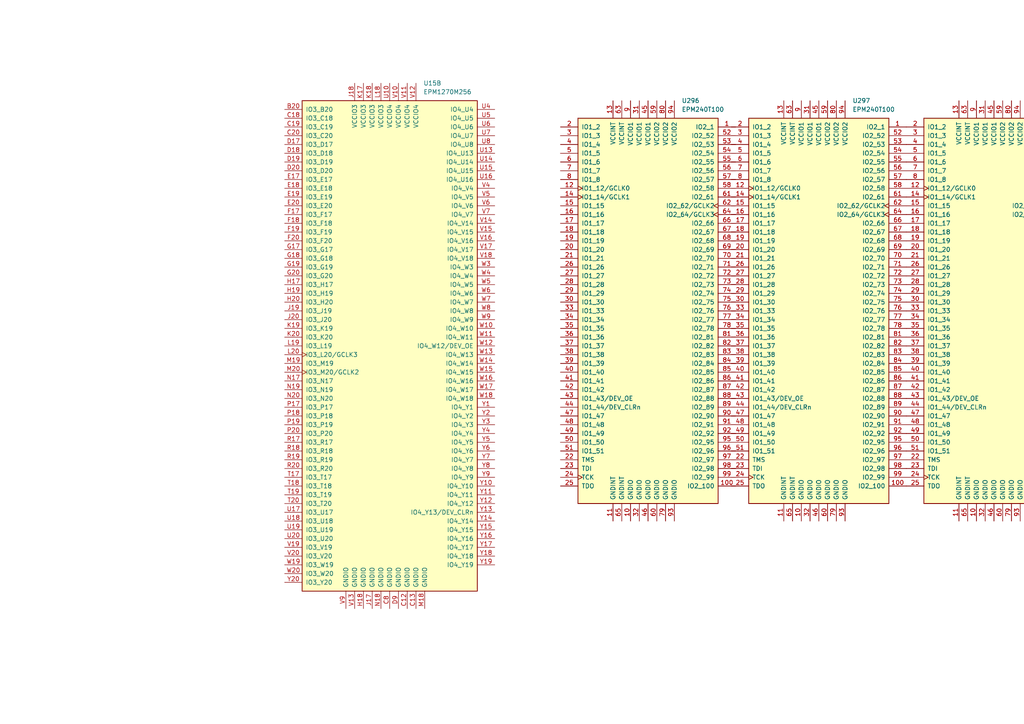
<source format=kicad_sch>
(kicad_sch (version 20250114) (generator "eeschema") (generator_version "9.0")
  (paper "A4")
  (lib_symbols
    (symbol "CPLD_Altera:EPM1270M256" (pin_names (offset 1.016))
      (property "Reference" "U" (at 15.24 72.39 0))
      (property "Value" "EPM1270M256" (at 12.7 -72.39 0))
      (symbol "EPM1270M256_1_1"
        (rectangle (start -25.4 71.12) (end 25.4 -71.12) (stroke (width 0.254)) (fill (type background)))
        (pin bidirectional line (at -30.48 68.58 0) (length 5.08) (name "IO1_B1") (number "B1"))
        (pin bidirectional line (at -30.48 66.04 0) (length 5.08) (name "IO1_C1") (number "C1"))
        (pin bidirectional line (at -30.48 63.5 0) (length 5.08) (name "IO1_C2") (number "C2"))
        (pin bidirectional line (at -30.48 60.96 0) (length 5.08) (name "IO1_C3") (number "C3"))
        (pin bidirectional line (at -30.48 58.42 0) (length 5.08) (name "IO1_C4") (number "C4"))
        (pin bidirectional line (at -30.48 55.88 0) (length 5.08) (name "IO1_D1") (number "D1"))
        (pin bidirectional line (at -30.48 53.34 0) (length 5.08) (name "IO1_D2") (number "D2"))
        (pin bidirectional line (at -30.48 50.8 0) (length 5.08) (name "IO1_D3") (number "D3"))
        (pin bidirectional line (at -30.48 48.26 0) (length 5.08) (name "IO1_D4") (number "D4"))
        (pin bidirectional line (at -30.48 45.72 0) (length 5.08) (name "IO1_E1") (number "E1"))
        (pin bidirectional line (at -30.48 43.18 0) (length 5.08) (name "IO1_E2") (number "E2"))
        (pin bidirectional line (at -30.48 40.64 0) (length 5.08) (name "IO1_E3") (number "E3"))
        (pin bidirectional line (at -30.48 38.1 0) (length 5.08) (name "IO1_E4") (number "E4"))
        (pin bidirectional line (at -30.48 35.56 0) (length 5.08) (name "IO1_F1") (number "F1"))
        (pin bidirectional line (at -30.48 33.02 0) (length 5.08) (name "IO1_F2") (number "F2"))
        (pin bidirectional line (at -30.48 30.48 0) (length 5.08) (name "IO1_F3") (number "F3"))
        (pin bidirectional line (at -30.48 27.94 0) (length 5.08) (name "IO1_F4") (number "F4"))
        (pin bidirectional line (at -30.48 25.4 0) (length 5.08) (name "IO1_G1") (number "G1"))
        (pin bidirectional line (at -30.48 22.86 0) (length 5.08) (name "IO1_G2") (number "G2"))
        (pin bidirectional line (at -30.48 20.32 0) (length 5.08) (name "IO1_G3") (number "G3"))
        (pin bidirectional line (at -30.48 17.78 0) (length 5.08) (name "IO1_G4") (number "G4"))
        (pin bidirectional line (at -30.48 15.24 0) (length 5.08) (name "IO1_H1") (number "H1"))
        (pin bidirectional line (at -30.48 12.7 0) (length 5.08) (name "IO1_H2") (number "H2"))
        (pin bidirectional line (at -30.48 10.16 0) (length 5.08) (name "IO1_H4") (number "H4"))
        (pin bidirectional line (at -30.48 7.62 0) (length 5.08) (name "IO1_J1") (number "J1"))
        (pin bidirectional line (at -30.48 5.08 0) (length 5.08) (name "IO1_J2") (number "J2"))
        (pin bidirectional clock (at -30.48 2.54 0) (length 5.08) (name "IO1_K1/GCLK0") (number "K1"))
        (pin bidirectional line (at -30.48 0 0) (length 5.08) (name "IO1_K2") (number "K2"))
        (pin bidirectional clock (at -30.48 -2.54 0) (length 5.08) (name "IO1_L1/GCLK1") (number "L1"))
        (pin bidirectional line (at -30.48 -5.08 0) (length 5.08) (name "IO1_L2") (number "L2"))
        (pin bidirectional line (at -30.48 -7.62 0) (length 5.08) (name "IO1_M1") (number "M1"))
        (pin bidirectional line (at -30.48 -10.16 0) (length 5.08) (name "IO1_M2") (number "M2"))
        (pin bidirectional line (at -30.48 -12.7 0) (length 5.08) (name "IO1_N1") (number "N1"))
        (pin bidirectional line (at -30.48 -15.24 0) (length 5.08) (name "IO1_N2") (number "N2"))
        (pin bidirectional line (at -30.48 -17.78 0) (length 5.08) (name "IO1_N4") (number "N4"))
        (pin bidirectional line (at -30.48 -20.32 0) (length 5.08) (name "IO1_P1") (number "P1"))
        (pin bidirectional line (at -30.48 -22.86 0) (length 5.08) (name "IO1_P2") (number "P2"))
        (pin bidirectional line (at -30.48 -25.4 0) (length 5.08) (name "IO1_P3") (number "P3"))
        (pin bidirectional line (at -30.48 -27.94 0) (length 5.08) (name "IO1_P4") (number "P4"))
        (pin bidirectional line (at -30.48 -30.48 0) (length 5.08) (name "IO1_R1") (number "R1"))
        (pin bidirectional line (at -30.48 -33.02 0) (length 5.08) (name "IO1_R2") (number "R2"))
        (pin bidirectional line (at -30.48 -35.56 0) (length 5.08) (name "IO1_R3") (number "R3"))
        (pin bidirectional line (at -30.48 -38.1 0) (length 5.08) (name "IO1_R4") (number "R4"))
        (pin bidirectional line (at -30.48 -40.64 0) (length 5.08) (name "IO1_T1") (number "T1"))
        (pin bidirectional line (at -30.48 -43.18 0) (length 5.08) (name "IO1_T2") (number "T2"))
        (pin bidirectional line (at -30.48 -45.72 0) (length 5.08) (name "IO1_T4") (number "T4"))
        (pin bidirectional line (at -30.48 -48.26 0) (length 5.08) (name "IO1_U1") (number "U1"))
        (pin bidirectional line (at -30.48 -50.8 0) (length 5.08) (name "IO1_U3") (number "U3"))
        (pin bidirectional line (at -30.48 -53.34 0) (length 5.08) (name "IO1_V1") (number "V1"))
        (pin bidirectional line (at -30.48 -55.88 0) (length 5.08) (name "IO1_V3") (number "V3"))
        (pin bidirectional line (at -30.48 -58.42 0) (length 5.08) (name "IO1_W1") (number "W1"))
        (pin input line (at -30.48 -60.96 0) (length 5.08) (name "TMS") (number "T3"))
        (pin input line (at -30.48 -63.5 0) (length 5.08) (name "TDI") (number "U2"))
        (pin input clock (at -30.48 -66.04 0) (length 5.08) (name "TCK") (number "W2"))
        (pin output line (at -30.48 -68.58 0) (length 5.08) (name "TDO") (number "V2"))
        (pin power_in line (at -15.24 76.2 270) (length 5.08) (name "VCCINT") (number "K4"))
        (pin power_in line (at -12.7 76.2 270) (length 5.08) (name "VCCINT") (number "U11"))
        (pin power_in line (at -12.7 -76.2 90) (length 5.08) (name "GNDINT") (number "J4"))
        (pin power_in line (at -10.16 76.2 270) (length 5.08) (name "VCCINT") (number "L17"))
        (pin power_in line (at -10.16 -76.2 90) (length 5.08) (name "GNDINT") (number "U12"))
        (pin power_in line (at -7.62 76.2 270) (length 5.08) (name "VCCINT") (number "D11"))
        (pin power_in line (at -7.62 -76.2 90) (length 5.08) (name "GNDINT") (number "M17"))
        (pin power_in line (at -5.08 76.2 270) (length 5.08) (name "VCCIO1") (number "K3"))
        (pin power_in line (at -5.08 -76.2 90) (length 5.08) (name "GNDINT") (number "D12"))
        (pin power_in line (at -2.54 76.2 270) (length 5.08) (name "VCCIO1") (number "L3"))
        (pin power_in line (at -2.54 -76.2 90) (length 5.08) (name "GNDIO") (number "H3"))
        (pin power_in line (at 0 76.2 270) (length 5.08) (name "VCCIO1") (number "L4"))
        (pin power_in line (at 0 -76.2 90) (length 5.08) (name "GNDIO") (number "J3"))
        (pin power_in line (at 2.54 76.2 270) (length 5.08) (name "VCCIO1") (number "M3"))
        (pin power_in line (at 2.54 -76.2 90) (length 5.08) (name "GNDIO") (number "M4"))
        (pin power_in line (at 5.08 76.2 270) (length 5.08) (name "VCCIO2") (number "C9"))
        (pin power_in line (at 5.08 -76.2 90) (length 5.08) (name "GNDIO") (number "N3"))
        (pin power_in line (at 7.62 76.2 270) (length 5.08) (name "VCCIO2") (number "C10"))
        (pin power_in line (at 7.62 -76.2 90) (length 5.08) (name "GNDIO") (number "U9"))
        (pin power_in line (at 10.16 76.2 270) (length 5.08) (name "VCCIO2") (number "D10"))
        (pin power_in line (at 10.16 -76.2 90) (length 5.08) (name "GNDIO") (number "V8"))
        (pin power_in line (at 12.7 76.2 270) (length 5.08) (name "VCCIO2") (number "C11"))
        (pin bidirectional line (at 30.48 68.58 180) (length 5.08) (name "IO2_A1") (number "A1"))
        (pin bidirectional line (at 30.48 66.04 180) (length 5.08) (name "IO2_A2") (number "A2"))
        (pin bidirectional line (at 30.48 63.5 180) (length 5.08) (name "IO2_A3") (number "A3"))
        (pin bidirectional line (at 30.48 60.96 180) (length 5.08) (name "IO2_A4") (number "A4"))
        (pin bidirectional line (at 30.48 58.42 180) (length 5.08) (name "IO2_A5") (number "A5"))
        (pin bidirectional line (at 30.48 55.88 180) (length 5.08) (name "IO2_A6") (number "A6"))
        (pin bidirectional line (at 30.48 53.34 180) (length 5.08) (name "IO2_A7") (number "A7"))
        (pin bidirectional line (at 30.48 50.8 180) (length 5.08) (name "IO2_A8") (number "A8"))
        (pin bidirectional line (at 30.48 48.26 180) (length 5.08) (name "IO2_A9") (number "A9"))
        (pin bidirectional line (at 30.48 45.72 180) (length 5.08) (name "IO2_A10") (number "A10"))
        (pin bidirectional line (at 30.48 43.18 180) (length 5.08) (name "IO2_A11") (number "A11"))
        (pin bidirectional line (at 30.48 40.64 180) (length 5.08) (name "IO2_A12") (number "A12"))
        (pin bidirectional line (at 30.48 38.1 180) (length 5.08) (name "IO2_A13") (number "A13"))
        (pin bidirectional line (at 30.48 35.56 180) (length 5.08) (name "IO2_A14") (number "A14"))
        (pin bidirectional line (at 30.48 33.02 180) (length 5.08) (name "IO2_A15") (number "A15"))
        (pin bidirectional line (at 30.48 30.48 180) (length 5.08) (name "IO2_A16") (number "A16"))
        (pin bidirectional line (at 30.48 27.94 180) (length 5.08) (name "IO2_A17") (number "A17"))
        (pin bidirectional line (at 30.48 25.4 180) (length 5.08) (name "IO2_A18") (number "A18"))
        (pin bidirectional line (at 30.48 22.86 180) (length 5.08) (name "IO2_A19") (number "A19"))
        (pin bidirectional line (at 30.48 20.32 180) (length 5.08) (name "IO2_A20") (number "A20"))
        (pin bidirectional line (at 30.48 17.78 180) (length 5.08) (name "IO2_B2") (number "B2"))
        (pin bidirectional line (at 30.48 15.24 180) (length 5.08) (name "IO2_B3") (number "B3"))
        (pin bidirectional line (at 30.48 12.7 180) (length 5.08) (name "IO2_B4") (number "B4"))
        (pin bidirectional line (at 30.48 10.16 180) (length 5.08) (name "IO2_B5") (number "B5"))
        (pin bidirectional line (at 30.48 7.62 180) (length 5.08) (name "IO2_B6") (number "B6"))
        (pin bidirectional line (at 30.48 5.08 180) (length 5.08) (name "IO2_B7") (number "B7"))
        (pin bidirectional line (at 30.48 2.54 180) (length 5.08) (name "IO2_B8") (number "B8"))
        (pin bidirectional line (at 30.48 0 180) (length 5.08) (name "IO2_B9") (number "B9"))
        (pin bidirectional line (at 30.48 -2.54 180) (length 5.08) (name "IO2_B10") (number "B10"))
        (pin bidirectional line (at 30.48 -5.08 180) (length 5.08) (name "IO2_B11") (number "B11"))
        (pin bidirectional line (at 30.48 -7.62 180) (length 5.08) (name "IO2_B12") (number "B12"))
        (pin bidirectional line (at 30.48 -10.16 180) (length 5.08) (name "IO2_B13") (number "B13"))
        (pin bidirectional line (at 30.48 -12.7 180) (length 5.08) (name "IO2_B14") (number "B14"))
        (pin bidirectional line (at 30.48 -15.24 180) (length 5.08) (name "IO2_B15") (number "B15"))
        (pin bidirectional line (at 30.48 -17.78 180) (length 5.08) (name "IO2_B16") (number "B16"))
        (pin bidirectional line (at 30.48 -20.32 180) (length 5.08) (name "IO2_B17") (number "B17"))
        (pin bidirectional line (at 30.48 -22.86 180) (length 5.08) (name "IO2_B18") (number "B18"))
        (pin bidirectional line (at 30.48 -25.4 180) (length 5.08) (name "IO2_B19") (number "B19"))
        (pin bidirectional line (at 30.48 -27.94 180) (length 5.08) (name "IO2_C5") (number "C5"))
        (pin bidirectional line (at 30.48 -30.48 180) (length 5.08) (name "IO2_C6") (number "C6"))
        (pin bidirectional line (at 30.48 -33.02 180) (length 5.08) (name "IO2_C7") (number "C7"))
        (pin bidirectional line (at 30.48 -35.56 180) (length 5.08) (name "IO2_C14") (number "C14"))
        (pin bidirectional line (at 30.48 -38.1 180) (length 5.08) (name "IO2_C15") (number "C15"))
        (pin bidirectional line (at 30.48 -40.64 180) (length 5.08) (name "IO2_C16") (number "C16"))
        (pin bidirectional line (at 30.48 -43.18 180) (length 5.08) (name "IO2_C17") (number "C17"))
        (pin bidirectional line (at 30.48 -45.72 180) (length 5.08) (name "IO2_D5") (number "D5"))
        (pin bidirectional line (at 30.48 -48.26 180) (length 5.08) (name "IO2_D6") (number "D6"))
        (pin bidirectional line (at 30.48 -50.8 180) (length 5.08) (name "IO2_D7") (number "D7"))
        (pin bidirectional line (at 30.48 -53.34 180) (length 5.08) (name "IO2_D8") (number "D8"))
        (pin bidirectional line (at 30.48 -55.88 180) (length 5.08) (name "IO2_D13") (number "D13"))
        (pin bidirectional line (at 30.48 -58.42 180) (length 5.08) (name "IO2_D14") (number "D14"))
        (pin bidirectional line (at 30.48 -60.96 180) (length 5.08) (name "IO2_D15") (number "D15"))
        (pin bidirectional line (at 30.48 -63.5 180) (length 5.08) (name "IO2_D16") (number "D16"))
      )
      (symbol "EPM1270M256_2_1"
        (rectangle (start -25.4 71.12) (end 25.4 -71.12) (stroke (width 0.254)) (fill (type background)))
        (pin bidirectional line (at -30.48 68.58 0) (length 5.08) (name "IO3_B20") (number "B20"))
        (pin bidirectional line (at -30.48 66.04 0) (length 5.08) (name "IO3_C18") (number "C18"))
        (pin bidirectional line (at -30.48 63.5 0) (length 5.08) (name "IO3_C19") (number "C19"))
        (pin bidirectional line (at -30.48 60.96 0) (length 5.08) (name "IO3_C20") (number "C20"))
        (pin bidirectional line (at -30.48 58.42 0) (length 5.08) (name "IO3_D17") (number "D17"))
        (pin bidirectional line (at -30.48 55.88 0) (length 5.08) (name "IO3_D18") (number "D18"))
        (pin bidirectional line (at -30.48 53.34 0) (length 5.08) (name "IO3_D19") (number "D19"))
        (pin bidirectional line (at -30.48 50.8 0) (length 5.08) (name "IO3_D20") (number "D20"))
        (pin bidirectional line (at -30.48 48.26 0) (length 5.08) (name "IO3_E17") (number "E17"))
        (pin bidirectional line (at -30.48 45.72 0) (length 5.08) (name "IO3_E18") (number "E18"))
        (pin bidirectional line (at -30.48 43.18 0) (length 5.08) (name "IO3_E19") (number "E19"))
        (pin bidirectional line (at -30.48 40.64 0) (length 5.08) (name "IO3_E20") (number "E20"))
        (pin bidirectional line (at -30.48 38.1 0) (length 5.08) (name "IO3_F17") (number "F17"))
        (pin bidirectional line (at -30.48 35.56 0) (length 5.08) (name "IO3_F18") (number "F18"))
        (pin bidirectional line (at -30.48 33.02 0) (length 5.08) (name "IO3_F19") (number "F19"))
        (pin bidirectional line (at -30.48 30.48 0) (length 5.08) (name "IO3_F20") (number "F20"))
        (pin bidirectional line (at -30.48 27.94 0) (length 5.08) (name "IO3_G17") (number "G17"))
        (pin bidirectional line (at -30.48 25.4 0) (length 5.08) (name "IO3_G18") (number "G18"))
        (pin bidirectional line (at -30.48 22.86 0) (length 5.08) (name "IO3_G19") (number "G19"))
        (pin bidirectional line (at -30.48 20.32 0) (length 5.08) (name "IO3_G20") (number "G20"))
        (pin bidirectional line (at -30.48 17.78 0) (length 5.08) (name "IO3_H17") (number "H17"))
        (pin bidirectional line (at -30.48 15.24 0) (length 5.08) (name "IO3_H19") (number "H19"))
        (pin bidirectional line (at -30.48 12.7 0) (length 5.08) (name "IO3_H20") (number "H20"))
        (pin bidirectional line (at -30.48 10.16 0) (length 5.08) (name "IO3_J19") (number "J19"))
        (pin bidirectional line (at -30.48 7.62 0) (length 5.08) (name "IO3_J20") (number "J20"))
        (pin bidirectional line (at -30.48 5.08 0) (length 5.08) (name "IO3_K19") (number "K19"))
        (pin bidirectional line (at -30.48 2.54 0) (length 5.08) (name "IO3_K20") (number "K20"))
        (pin bidirectional line (at -30.48 0 0) (length 5.08) (name "IO3_L19") (number "L19"))
        (pin bidirectional clock (at -30.48 -2.54 0) (length 5.08) (name "IO3_L20/GCLK3") (number "L20"))
        (pin bidirectional line (at -30.48 -5.08 0) (length 5.08) (name "IO3_M19") (number "M19"))
        (pin bidirectional clock (at -30.48 -7.62 0) (length 5.08) (name "IO3_M20/GCLK2") (number "M20"))
        (pin bidirectional line (at -30.48 -10.16 0) (length 5.08) (name "IO3_N17") (number "N17"))
        (pin bidirectional line (at -30.48 -12.7 0) (length 5.08) (name "IO3_N19") (number "N19"))
        (pin bidirectional line (at -30.48 -15.24 0) (length 5.08) (name "IO3_N20") (number "N20"))
        (pin bidirectional line (at -30.48 -17.78 0) (length 5.08) (name "IO3_P17") (number "P17"))
        (pin bidirectional line (at -30.48 -20.32 0) (length 5.08) (name "IO3_P18") (number "P18"))
        (pin bidirectional line (at -30.48 -22.86 0) (length 5.08) (name "IO3_P19") (number "P19"))
        (pin bidirectional line (at -30.48 -25.4 0) (length 5.08) (name "IO3_P20") (number "P20"))
        (pin bidirectional line (at -30.48 -27.94 0) (length 5.08) (name "IO3_R17") (number "R17"))
        (pin bidirectional line (at -30.48 -30.48 0) (length 5.08) (name "IO3_R18") (number "R18"))
        (pin bidirectional line (at -30.48 -33.02 0) (length 5.08) (name "IO3_R19") (number "R19"))
        (pin bidirectional line (at -30.48 -35.56 0) (length 5.08) (name "IO3_R20") (number "R20"))
        (pin bidirectional line (at -30.48 -38.1 0) (length 5.08) (name "IO3_T17") (number "T17"))
        (pin bidirectional line (at -30.48 -40.64 0) (length 5.08) (name "IO3_T18") (number "T18"))
        (pin bidirectional line (at -30.48 -43.18 0) (length 5.08) (name "IO3_T19") (number "T19"))
        (pin bidirectional line (at -30.48 -45.72 0) (length 5.08) (name "IO3_T20") (number "T20"))
        (pin bidirectional line (at -30.48 -48.26 0) (length 5.08) (name "IO3_U17") (number "U17"))
        (pin bidirectional line (at -30.48 -50.8 0) (length 5.08) (name "IO3_U18") (number "U18"))
        (pin bidirectional line (at -30.48 -53.34 0) (length 5.08) (name "IO3_U19") (number "U19"))
        (pin bidirectional line (at -30.48 -55.88 0) (length 5.08) (name "IO3_U20") (number "U20"))
        (pin bidirectional line (at -30.48 -58.42 0) (length 5.08) (name "IO3_V19") (number "V19"))
        (pin bidirectional line (at -30.48 -60.96 0) (length 5.08) (name "IO3_V20") (number "V20"))
        (pin bidirectional line (at -30.48 -63.5 0) (length 5.08) (name "IO3_W19") (number "W19"))
        (pin bidirectional line (at -30.48 -66.04 0) (length 5.08) (name "IO3_W20") (number "W20"))
        (pin bidirectional line (at -30.48 -68.58 0) (length 5.08) (name "IO3_Y20") (number "Y20"))
        (pin power_in line (at -12.7 -76.2 90) (length 5.08) (name "GNDIO") (number "V9"))
        (pin power_in line (at -10.16 76.2 270) (length 5.08) (name "VCCIO3") (number "J18"))
        (pin power_in line (at -10.16 -76.2 90) (length 5.08) (name "GNDIO") (number "V13"))
        (pin power_in line (at -7.62 76.2 270) (length 5.08) (name "VCCIO3") (number "K17"))
        (pin power_in line (at -7.62 -76.2 90) (length 5.08) (name "GNDIO") (number "H18"))
        (pin power_in line (at -5.08 76.2 270) (length 5.08) (name "VCCIO3") (number "K18"))
        (pin power_in line (at -5.08 -76.2 90) (length 5.08) (name "GNDIO") (number "J17"))
        (pin power_in line (at -2.54 76.2 270) (length 5.08) (name "VCCIO3") (number "L18"))
        (pin power_in line (at -2.54 -76.2 90) (length 5.08) (name "GNDIO") (number "N18"))
        (pin power_in line (at 0 76.2 270) (length 5.08) (name "VCCIO4") (number "U10"))
        (pin power_in line (at 0 -76.2 90) (length 5.08) (name "GNDIO") (number "C8"))
        (pin power_in line (at 2.54 76.2 270) (length 5.08) (name "VCCIO4") (number "V10"))
        (pin power_in line (at 2.54 -76.2 90) (length 5.08) (name "GNDIO") (number "D9"))
        (pin power_in line (at 5.08 76.2 270) (length 5.08) (name "VCCIO4") (number "V11"))
        (pin power_in line (at 5.08 -76.2 90) (length 5.08) (name "GNDIO") (number "C12"))
        (pin power_in line (at 7.62 76.2 270) (length 5.08) (name "VCCIO4") (number "V12"))
        (pin power_in line (at 7.62 -76.2 90) (length 5.08) (name "GNDIO") (number "C13"))
        (pin power_in line (at 10.16 -76.2 90) (length 5.08) (name "GNDIO") (number "M18"))
        (pin bidirectional line (at 30.48 68.58 180) (length 5.08) (name "IO4_U4") (number "U4"))
        (pin bidirectional line (at 30.48 66.04 180) (length 5.08) (name "IO4_U5") (number "U5"))
        (pin bidirectional line (at 30.48 63.5 180) (length 5.08) (name "IO4_U6") (number "U6"))
        (pin bidirectional line (at 30.48 60.96 180) (length 5.08) (name "IO4_U7") (number "U7"))
        (pin bidirectional line (at 30.48 58.42 180) (length 5.08) (name "IO4_U8") (number "U8"))
        (pin bidirectional line (at 30.48 55.88 180) (length 5.08) (name "IO4_U13") (number "U13"))
        (pin bidirectional line (at 30.48 53.34 180) (length 5.08) (name "IO4_U14") (number "U14"))
        (pin bidirectional line (at 30.48 50.8 180) (length 5.08) (name "IO4_U15") (number "U15"))
        (pin bidirectional line (at 30.48 48.26 180) (length 5.08) (name "IO4_U16") (number "U16"))
        (pin bidirectional line (at 30.48 45.72 180) (length 5.08) (name "IO4_V4") (number "V4"))
        (pin bidirectional line (at 30.48 43.18 180) (length 5.08) (name "IO4_V5") (number "V5"))
        (pin bidirectional line (at 30.48 40.64 180) (length 5.08) (name "IO4_V6") (number "V6"))
        (pin bidirectional line (at 30.48 38.1 180) (length 5.08) (name "IO4_V7") (number "V7"))
        (pin bidirectional line (at 30.48 35.56 180) (length 5.08) (name "IO4_V14") (number "V14"))
        (pin bidirectional line (at 30.48 33.02 180) (length 5.08) (name "IO4_V15") (number "V15"))
        (pin bidirectional line (at 30.48 30.48 180) (length 5.08) (name "IO4_V16") (number "V16"))
        (pin bidirectional line (at 30.48 27.94 180) (length 5.08) (name "IO4_V17") (number "V17"))
        (pin bidirectional line (at 30.48 25.4 180) (length 5.08) (name "IO4_V18") (number "V18"))
        (pin bidirectional line (at 30.48 22.86 180) (length 5.08) (name "IO4_W3") (number "W3"))
        (pin bidirectional line (at 30.48 20.32 180) (length 5.08) (name "IO4_W4") (number "W4"))
        (pin bidirectional line (at 30.48 17.78 180) (length 5.08) (name "IO4_W5") (number "W5"))
        (pin bidirectional line (at 30.48 15.24 180) (length 5.08) (name "IO4_W6") (number "W6"))
        (pin bidirectional line (at 30.48 12.7 180) (length 5.08) (name "IO4_W7") (number "W7"))
        (pin bidirectional line (at 30.48 10.16 180) (length 5.08) (name "IO4_W8") (number "W8"))
        (pin bidirectional line (at 30.48 7.62 180) (length 5.08) (name "IO4_W9") (number "W9"))
        (pin bidirectional line (at 30.48 5.08 180) (length 5.08) (name "IO4_W10") (number "W10"))
        (pin bidirectional line (at 30.48 2.54 180) (length 5.08) (name "IO4_W11") (number "W11"))
        (pin bidirectional line (at 30.48 0 180) (length 5.08) (name "IO4_W12/DEV_OE") (number "W12"))
        (pin bidirectional line (at 30.48 -2.54 180) (length 5.08) (name "IO4_W13") (number "W13"))
        (pin bidirectional line (at 30.48 -5.08 180) (length 5.08) (name "IO4_W14") (number "W14"))
        (pin bidirectional line (at 30.48 -7.62 180) (length 5.08) (name "IO4_W15") (number "W15"))
        (pin bidirectional line (at 30.48 -10.16 180) (length 5.08) (name "IO4_W16") (number "W16"))
        (pin bidirectional line (at 30.48 -12.7 180) (length 5.08) (name "IO4_W17") (number "W17"))
        (pin bidirectional line (at 30.48 -15.24 180) (length 5.08) (name "IO4_W18") (number "W18"))
        (pin bidirectional line (at 30.48 -17.78 180) (length 5.08) (name "IO4_Y1") (number "Y1"))
        (pin bidirectional line (at 30.48 -20.32 180) (length 5.08) (name "IO4_Y2") (number "Y2"))
        (pin bidirectional line (at 30.48 -22.86 180) (length 5.08) (name "IO4_Y3") (number "Y3"))
        (pin bidirectional line (at 30.48 -25.4 180) (length 5.08) (name "IO4_Y4") (number "Y4"))
        (pin bidirectional line (at 30.48 -27.94 180) (length 5.08) (name "IO4_Y5") (number "Y5"))
        (pin bidirectional line (at 30.48 -30.48 180) (length 5.08) (name "IO4_Y6") (number "Y6"))
        (pin bidirectional line (at 30.48 -33.02 180) (length 5.08) (name "IO4_Y7") (number "Y7"))
        (pin bidirectional line (at 30.48 -35.56 180) (length 5.08) (name "IO4_Y8") (number "Y8"))
        (pin bidirectional line (at 30.48 -38.1 180) (length 5.08) (name "IO4_Y9") (number "Y9"))
        (pin bidirectional line (at 30.48 -40.64 180) (length 5.08) (name "IO4_Y10") (number "Y10"))
        (pin bidirectional line (at 30.48 -43.18 180) (length 5.08) (name "IO4_Y11") (number "Y11"))
        (pin bidirectional line (at 30.48 -45.72 180) (length 5.08) (name "IO4_Y12") (number "Y12"))
        (pin bidirectional line (at 30.48 -48.26 180) (length 5.08) (name "IO4_Y13/DEV_CLRn") (number "Y13"))
        (pin bidirectional line (at 30.48 -50.8 180) (length 5.08) (name "IO4_Y14") (number "Y14"))
        (pin bidirectional line (at 30.48 -53.34 180) (length 5.08) (name "IO4_Y15") (number "Y15"))
        (pin bidirectional line (at 30.48 -55.88 180) (length 5.08) (name "IO4_Y16") (number "Y16"))
        (pin bidirectional line (at 30.48 -58.42 180) (length 5.08) (name "IO4_Y17") (number "Y17"))
        (pin bidirectional line (at 30.48 -60.96 180) (length 5.08) (name "IO4_Y18") (number "Y18"))
        (pin bidirectional line (at 30.48 -63.5 180) (length 5.08) (name "IO4_Y19") (number "Y19"))
      )
    )
    (symbol "CPLD_Altera:EPM240T100" (pin_names (offset 1.016))
      (property "Reference" "U" (at 10.16 57.15 0))
      (property "Value" "EPM240T100" (at 10.16 -57.15 0))
      (symbol "EPM240T100_1_1"
        (rectangle (start -20.32 55.88) (end 20.32 -55.88) (stroke (width 0.254)) (fill (type background)))
        (pin bidirectional line (at -25.4 53.34 0) (length 5.08) (name "IO1_2") (number "2"))
        (pin bidirectional line (at -25.4 50.8 0) (length 5.08) (name "IO1_3") (number "3"))
        (pin bidirectional line (at -25.4 48.26 0) (length 5.08) (name "IO1_4") (number "4"))
        (pin bidirectional line (at -25.4 45.72 0) (length 5.08) (name "IO1_5") (number "5"))
        (pin bidirectional line (at -25.4 43.18 0) (length 5.08) (name "IO1_6") (number "6"))
        (pin bidirectional line (at -25.4 40.64 0) (length 5.08) (name "IO1_7") (number "7"))
        (pin bidirectional line (at -25.4 38.1 0) (length 5.08) (name "IO1_8") (number "8"))
        (pin bidirectional clock (at -25.4 35.56 0) (length 5.08) (name "IO1_12/GCLK0") (number "12"))
        (pin bidirectional clock (at -25.4 33.02 0) (length 5.08) (name "IO1_14/GCLK1") (number "14"))
        (pin bidirectional line (at -25.4 30.48 0) (length 5.08) (name "IO1_15") (number "15"))
        (pin bidirectional line (at -25.4 27.94 0) (length 5.08) (name "IO1_16") (number "16"))
        (pin bidirectional line (at -25.4 25.4 0) (length 5.08) (name "IO1_17") (number "17"))
        (pin bidirectional line (at -25.4 22.86 0) (length 5.08) (name "IO1_18") (number "18"))
        (pin bidirectional line (at -25.4 20.32 0) (length 5.08) (name "IO1_19") (number "19"))
        (pin bidirectional line (at -25.4 17.78 0) (length 5.08) (name "IO1_20") (number "20"))
        (pin bidirectional line (at -25.4 15.24 0) (length 5.08) (name "IO1_21") (number "21"))
        (pin bidirectional line (at -25.4 12.7 0) (length 5.08) (name "IO1_26") (number "26"))
        (pin bidirectional line (at -25.4 10.16 0) (length 5.08) (name "IO1_27") (number "27"))
        (pin bidirectional line (at -25.4 7.62 0) (length 5.08) (name "IO1_28") (number "28"))
        (pin bidirectional line (at -25.4 5.08 0) (length 5.08) (name "IO1_29") (number "29"))
        (pin bidirectional line (at -25.4 2.54 0) (length 5.08) (name "IO1_30") (number "30"))
        (pin bidirectional line (at -25.4 0 0) (length 5.08) (name "IO1_33") (number "33"))
        (pin bidirectional line (at -25.4 -2.54 0) (length 5.08) (name "IO1_34") (number "34"))
        (pin bidirectional line (at -25.4 -5.08 0) (length 5.08) (name "IO1_35") (number "35"))
        (pin bidirectional line (at -25.4 -7.62 0) (length 5.08) (name "IO1_36") (number "36"))
        (pin bidirectional line (at -25.4 -10.16 0) (length 5.08) (name "IO1_37") (number "37"))
        (pin bidirectional line (at -25.4 -12.7 0) (length 5.08) (name "IO1_38") (number "38"))
        (pin bidirectional line (at -25.4 -15.24 0) (length 5.08) (name "IO1_39") (number "39"))
        (pin bidirectional line (at -25.4 -17.78 0) (length 5.08) (name "IO1_40") (number "40"))
        (pin bidirectional line (at -25.4 -20.32 0) (length 5.08) (name "IO1_41") (number "41"))
        (pin bidirectional line (at -25.4 -22.86 0) (length 5.08) (name "IO1_42") (number "42"))
        (pin bidirectional line (at -25.4 -25.4 0) (length 5.08) (name "IO1_43/DEV_OE") (number "43"))
        (pin bidirectional line (at -25.4 -27.94 0) (length 5.08) (name "IO1_44/DEV_CLRn") (number "44"))
        (pin bidirectional line (at -25.4 -30.48 0) (length 5.08) (name "IO1_47") (number "47"))
        (pin bidirectional line (at -25.4 -33.02 0) (length 5.08) (name "IO1_48") (number "48"))
        (pin bidirectional line (at -25.4 -35.56 0) (length 5.08) (name "IO1_49") (number "49"))
        (pin bidirectional line (at -25.4 -38.1 0) (length 5.08) (name "IO1_50") (number "50"))
        (pin bidirectional line (at -25.4 -40.64 0) (length 5.08) (name "IO1_51") (number "51"))
        (pin input line (at -25.4 -43.18 0) (length 5.08) (name "TMS") (number "22"))
        (pin input line (at -25.4 -45.72 0) (length 5.08) (name "TDI") (number "23"))
        (pin input clock (at -25.4 -48.26 0) (length 5.08) (name "TCK") (number "24"))
        (pin output line (at -25.4 -50.8 0) (length 5.08) (name "TDO") (number "25"))
        (pin power_in line (at -10.16 60.96 270) (length 5.08) (name "VCCINT") (number "13"))
        (pin power_in line (at -10.16 -60.96 90) (length 5.08) (name "GNDINT") (number "11"))
        (pin power_in line (at -7.62 60.96 270) (length 5.08) (name "VCCINT") (number "63"))
        (pin power_in line (at -7.62 -60.96 90) (length 5.08) (name "GNDINT") (number "65"))
        (pin power_in line (at -5.08 60.96 270) (length 5.08) (name "VCCIO1") (number "9"))
        (pin power_in line (at -5.08 -60.96 90) (length 5.08) (name "GNDIO") (number "10"))
        (pin power_in line (at -2.54 60.96 270) (length 5.08) (name "VCCIO1") (number "31"))
        (pin power_in line (at -2.54 -60.96 90) (length 5.08) (name "GNDIO") (number "32"))
        (pin power_in line (at 0 60.96 270) (length 5.08) (name "VCCIO1") (number "45"))
        (pin power_in line (at 0 -60.96 90) (length 5.08) (name "GNDIO") (number "46"))
        (pin power_in line (at 2.54 60.96 270) (length 5.08) (name "VCCIO2") (number "59"))
        (pin power_in line (at 2.54 -60.96 90) (length 5.08) (name "GNDIO") (number "60"))
        (pin power_in line (at 5.08 60.96 270) (length 5.08) (name "VCCIO2") (number "80"))
        (pin power_in line (at 5.08 -60.96 90) (length 5.08) (name "GNDIO") (number "79"))
        (pin power_in line (at 7.62 60.96 270) (length 5.08) (name "VCCIO2") (number "94"))
        (pin power_in line (at 7.62 -60.96 90) (length 5.08) (name "GNDIO") (number "93"))
        (pin bidirectional line (at 25.4 53.34 180) (length 5.08) (name "IO2_1") (number "1"))
        (pin bidirectional line (at 25.4 50.8 180) (length 5.08) (name "IO2_52") (number "52"))
        (pin bidirectional line (at 25.4 48.26 180) (length 5.08) (name "IO2_53") (number "53"))
        (pin bidirectional line (at 25.4 45.72 180) (length 5.08) (name "IO2_54") (number "54"))
        (pin bidirectional line (at 25.4 43.18 180) (length 5.08) (name "IO2_55") (number "55"))
        (pin bidirectional line (at 25.4 40.64 180) (length 5.08) (name "IO2_56") (number "56"))
        (pin bidirectional line (at 25.4 38.1 180) (length 5.08) (name "IO2_57") (number "57"))
        (pin bidirectional line (at 25.4 35.56 180) (length 5.08) (name "IO2_58") (number "58"))
        (pin bidirectional line (at 25.4 33.02 180) (length 5.08) (name "IO2_61") (number "61"))
        (pin bidirectional clock (at 25.4 30.48 180) (length 5.08) (name "IO2_62/GCLK2") (number "62"))
        (pin bidirectional clock (at 25.4 27.94 180) (length 5.08) (name "IO2_64/GCLK3") (number "64"))
        (pin bidirectional line (at 25.4 25.4 180) (length 5.08) (name "IO2_66") (number "66"))
        (pin bidirectional line (at 25.4 22.86 180) (length 5.08) (name "IO2_67") (number "67"))
        (pin bidirectional line (at 25.4 20.32 180) (length 5.08) (name "IO2_68") (number "68"))
        (pin bidirectional line (at 25.4 17.78 180) (length 5.08) (name "IO2_69") (number "69"))
        (pin bidirectional line (at 25.4 15.24 180) (length 5.08) (name "IO2_70") (number "70"))
        (pin bidirectional line (at 25.4 12.7 180) (length 5.08) (name "IO2_71") (number "71"))
        (pin bidirectional line (at 25.4 10.16 180) (length 5.08) (name "IO2_72") (number "72"))
        (pin bidirectional line (at 25.4 7.62 180) (length 5.08) (name "IO2_73") (number "73"))
        (pin bidirectional line (at 25.4 5.08 180) (length 5.08) (name "IO2_74") (number "74"))
        (pin bidirectional line (at 25.4 2.54 180) (length 5.08) (name "IO2_75") (number "75"))
        (pin bidirectional line (at 25.4 0 180) (length 5.08) (name "IO2_76") (number "76"))
        (pin bidirectional line (at 25.4 -2.54 180) (length 5.08) (name "IO2_77") (number "77"))
        (pin bidirectional line (at 25.4 -5.08 180) (length 5.08) (name "IO2_78") (number "78"))
        (pin bidirectional line (at 25.4 -7.62 180) (length 5.08) (name "IO2_81") (number "81"))
        (pin bidirectional line (at 25.4 -10.16 180) (length 5.08) (name "IO2_82") (number "82"))
        (pin bidirectional line (at 25.4 -12.7 180) (length 5.08) (name "IO2_83") (number "83"))
        (pin bidirectional line (at 25.4 -15.24 180) (length 5.08) (name "IO2_84") (number "84"))
        (pin bidirectional line (at 25.4 -17.78 180) (length 5.08) (name "IO2_85") (number "85"))
        (pin bidirectional line (at 25.4 -20.32 180) (length 5.08) (name "IO2_86") (number "86"))
        (pin bidirectional line (at 25.4 -22.86 180) (length 5.08) (name "IO2_87") (number "87"))
        (pin bidirectional line (at 25.4 -25.4 180) (length 5.08) (name "IO2_88") (number "88"))
        (pin bidirectional line (at 25.4 -27.94 180) (length 5.08) (name "IO2_89") (number "89"))
        (pin bidirectional line (at 25.4 -30.48 180) (length 5.08) (name "IO2_90") (number "90"))
        (pin bidirectional line (at 25.4 -33.02 180) (length 5.08) (name "IO2_91") (number "91"))
        (pin bidirectional line (at 25.4 -35.56 180) (length 5.08) (name "IO2_92") (number "92"))
        (pin bidirectional line (at 25.4 -38.1 180) (length 5.08) (name "IO2_95") (number "95"))
        (pin bidirectional line (at 25.4 -40.64 180) (length 5.08) (name "IO2_96") (number "96"))
        (pin bidirectional line (at 25.4 -43.18 180) (length 5.08) (name "IO2_97") (number "97"))
        (pin bidirectional line (at 25.4 -45.72 180) (length 5.08) (name "IO2_98") (number "98"))
        (pin bidirectional line (at 25.4 -48.26 180) (length 5.08) (name "IO2_99") (number "99"))
        (pin bidirectional line (at 25.4 -50.8 180) (length 5.08) (name "IO2_100") (number "100"))
      )
    )
  )
  (symbol (lib_id "CPLD_Altera:EPM240T100") (at 187.96 90.17 0) (unit 1)
    (property "Reference" "U296" (at 197.7233 29.21 0) (effects (justify left)))
    (property "Value" "EPM240T100" (at 197.7233 31.75 0) (effects (justify left)))
    (property "Footprint" "Package_QFP:LQFP-100_14x14mm_P0.5mm" (effects (hide yes)))
    (property "Datasheet" "https://www.altera.com/content/dam/altera-www/global/en_US/pdfs/literature/hb/max2/max2_mii5v1.pdf" (effects (hide yes)))
    (property "Description" "Altera MAX2 CPLD with 240 LE" (effects (hide yes)))
  )
  (symbol (lib_id "CPLD_Altera:EPM1270M256") (at 113.03 100.33 0) (unit 2)
    (property "Reference" "U15" (at 122.7933 24.13 0) (effects (justify left)))
    (property "Value" "EPM1270M256" (at 122.7933 26.67 0) (effects (justify left)))
    (property "Footprint" "Package_BGA:BGA-256_11.0x11.0mm_Layout20x20_P0.5mm_Ball0.3mm_Pad0.25mm_NSMD" (effects (hide yes)))
    (property "Datasheet" "https://www.altera.com/content/dam/altera-www/global/en_US/pdfs/literature/hb/max2/max2_mii5v1.pdf" (effects (hide yes)))
    (property "Description" "Altera MAX2 CPLD with 1270 LE" (effects (hide yes)))
  )
  (symbol (lib_id "CPLD_Altera:EPM240T100") (at 339.09 90.17 0) (unit 1)
    (property "Reference" "U299" (at 348.8533 29.21 0) (effects (justify left)))
    (property "Value" "EPM240T100" (at 348.8533 31.75 0) (effects (justify left)))
    (property "Footprint" "Package_QFP:LQFP-100_14x14mm_P0.5mm" (effects (hide yes)))
    (property "Datasheet" "https://www.altera.com/content/dam/altera-www/global/en_US/pdfs/literature/hb/max2/max2_mii5v1.pdf" (effects (hide yes)))
    (property "Description" "Altera MAX2 CPLD with 240 LE" (effects (hide yes)))
  )
  (symbol (lib_id "CPLD_Altera:EPM240T100") (at 389.89 90.17 0) (unit 1)
    (property "Reference" "U300" (at 399.6533 29.21 0) (effects (justify left)))
    (property "Value" "EPM240T100" (at 399.6533 31.75 0) (effects (justify left)))
    (property "Footprint" "Package_QFP:LQFP-100_14x14mm_P0.5mm" (effects (hide yes)))
    (property "Datasheet" "https://www.altera.com/content/dam/altera-www/global/en_US/pdfs/literature/hb/max2/max2_mii5v1.pdf" (effects (hide yes)))
    (property "Description" "Altera MAX2 CPLD with 240 LE" (effects (hide yes)))
  )
  (symbol (lib_id "CPLD_Altera:EPM240T100") (at 288.29 90.17 0) (unit 1)
    (property "Reference" "U298" (at 298.0533 29.21 0) (effects (justify left)))
    (property "Value" "EPM240T100" (at 298.0533 31.75 0) (effects (justify left)))
    (property "Footprint" "Package_QFP:LQFP-100_14x14mm_P0.5mm" (effects (hide yes)))
    (property "Datasheet" "https://www.altera.com/content/dam/altera-www/global/en_US/pdfs/literature/hb/max2/max2_mii5v1.pdf" (effects (hide yes)))
    (property "Description" "Altera MAX2 CPLD with 240 LE" (effects (hide yes)))
  )
  (symbol (lib_id "CPLD_Altera:EPM240T100") (at 237.49 90.17 0) (unit 1)
    (property "Reference" "U297" (at 247.2533 29.21 0) (effects (justify left)))
    (property "Value" "EPM240T100" (at 247.2533 31.75 0) (effects (justify left)))
    (property "Footprint" "Package_QFP:LQFP-100_14x14mm_P0.5mm" (effects (hide yes)))
    (property "Datasheet" "https://www.altera.com/content/dam/altera-www/global/en_US/pdfs/literature/hb/max2/max2_mii5v1.pdf" (effects (hide yes)))
    (property "Description" "Altera MAX2 CPLD with 240 LE" (effects (hide yes)))
  )
)
</source>
